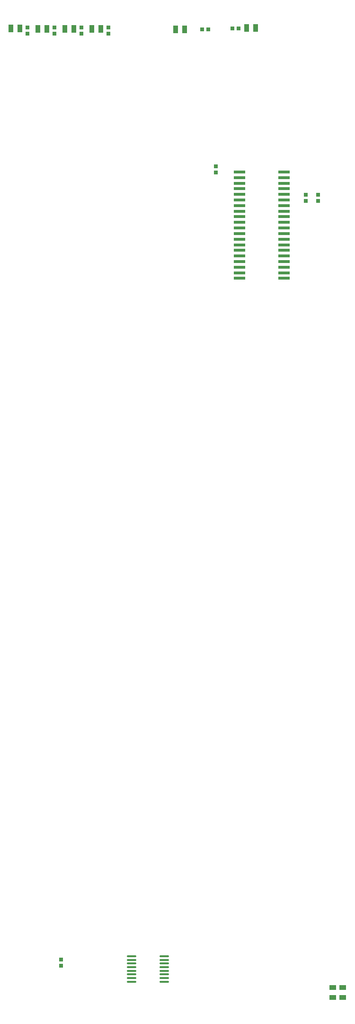
<source format=gbr>
G04 Layer_Color=128*
%FSLAX26Y26*%
%MOIN*%
%TF.FileFunction,Paste,Bot*%
%TF.Part,Single*%
G01*
G75*
%TA.AperFunction,SMDPad,CuDef*%
%ADD11R,0.029528X0.025591*%
%ADD13R,0.025591X0.029528*%
%ADD15R,0.051181X0.033465*%
%ADD34R,0.037402X0.053150*%
%ADD35R,0.078740X0.024000*%
%ADD36O,0.072835X0.013780*%
D11*
X295000Y7601654D02*
D03*
X295000Y7558346D02*
D03*
X675000Y7601654D02*
D03*
X675000Y7558346D02*
D03*
X485000Y7601654D02*
D03*
X485000Y7558346D02*
D03*
X2340000Y6426654D02*
D03*
X2340000Y6383346D02*
D03*
X2255000Y6426654D02*
D03*
X2255000Y6383346D02*
D03*
X865000Y7601654D02*
D03*
X865000Y7558346D02*
D03*
X530000Y1046653D02*
D03*
X530000Y1003346D02*
D03*
X1620000Y6626654D02*
D03*
X1620000Y6583346D02*
D03*
D13*
X1781653Y7595000D02*
D03*
X1738346Y7595000D02*
D03*
X1523347Y7590000D02*
D03*
X1566654Y7590000D02*
D03*
D15*
X2515064Y847287D02*
D03*
X2515064Y780359D02*
D03*
X2444196Y780359D02*
D03*
X2444196Y847287D02*
D03*
D34*
X241496Y7595001D02*
D03*
X178504Y7595001D02*
D03*
X811496Y7593499D02*
D03*
X748504Y7593499D02*
D03*
X621496Y7593499D02*
D03*
X558504Y7593499D02*
D03*
X431496Y7593499D02*
D03*
X368504Y7593499D02*
D03*
X1836023Y7597176D02*
D03*
X1899015Y7597176D02*
D03*
X1338504Y7587500D02*
D03*
X1401496Y7587500D02*
D03*
D35*
X2101797Y5837160D02*
D03*
D03*
X2101797Y5876560D02*
D03*
X2101797Y5915960D02*
D03*
X2101797Y5955360D02*
D03*
X2101797Y5994760D02*
D03*
X2101797Y6034160D02*
D03*
X2101797Y6073560D02*
D03*
X2101797Y6112960D02*
D03*
X2101797Y6152360D02*
D03*
X2101797Y6191760D02*
D03*
X2101797Y6231160D02*
D03*
X2101797Y6270560D02*
D03*
X2101797Y6309960D02*
D03*
X2101797Y6349360D02*
D03*
X2101797Y6388760D02*
D03*
X2101797Y6428160D02*
D03*
X2101797Y6467560D02*
D03*
X2101797Y6506960D02*
D03*
X2101797Y6546360D02*
D03*
X2101797Y6585760D02*
D03*
X1786597Y5837160D02*
D03*
X1786597Y5876560D02*
D03*
X1786597Y5915960D02*
D03*
X1786597Y5955360D02*
D03*
X1786597Y5994760D02*
D03*
X1786597Y6034160D02*
D03*
X1786597Y6073560D02*
D03*
X1786597Y6112960D02*
D03*
X1786597Y6152360D02*
D03*
X1786597Y6191760D02*
D03*
X1786597Y6231160D02*
D03*
X1786597Y6270560D02*
D03*
X1786597Y6309960D02*
D03*
X1786597Y6349360D02*
D03*
X1786597Y6388760D02*
D03*
X1786597Y6428160D02*
D03*
X1786597Y6467560D02*
D03*
X1786597Y6506960D02*
D03*
X1786597Y6546360D02*
D03*
X1786597Y6585760D02*
D03*
D36*
X1025889Y889611D02*
D03*
X1025889Y915201D02*
D03*
X1025889Y940791D02*
D03*
X1025889Y966383D02*
D03*
X1025889Y991973D02*
D03*
X1025889Y1017563D02*
D03*
X1025889Y1043153D02*
D03*
X1025889Y1068745D02*
D03*
X1256205Y889611D02*
D03*
X1256205Y915201D02*
D03*
X1256205Y940791D02*
D03*
X1256205Y966383D02*
D03*
X1256205Y991973D02*
D03*
X1256205Y1017563D02*
D03*
X1256205Y1043153D02*
D03*
X1256205Y1068745D02*
D03*
%TF.MD5,3a47f41b79837c48167036bac3bb5bf7*%
M02*

</source>
